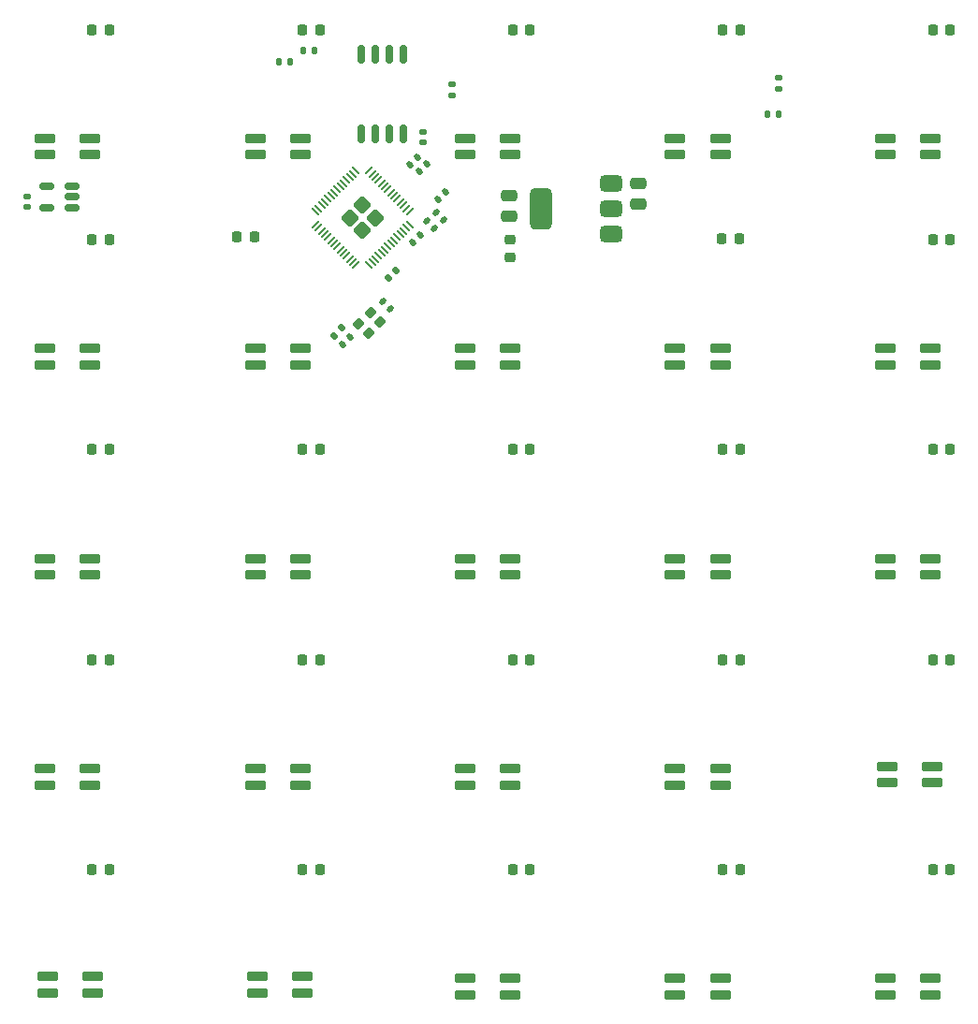
<source format=gbr>
%TF.GenerationSoftware,KiCad,Pcbnew,9.0.2*%
%TF.CreationDate,2026-01-27T21:16:03+01:00*%
%TF.ProjectId,Keymodule,4b65796d-6f64-4756-9c65-2e6b69636164,rev?*%
%TF.SameCoordinates,Original*%
%TF.FileFunction,Paste,Top*%
%TF.FilePolarity,Positive*%
%FSLAX46Y46*%
G04 Gerber Fmt 4.6, Leading zero omitted, Abs format (unit mm)*
G04 Created by KiCad (PCBNEW 9.0.2) date 2026-01-27 21:16:03*
%MOMM*%
%LPD*%
G01*
G04 APERTURE LIST*
G04 Aperture macros list*
%AMRoundRect*
0 Rectangle with rounded corners*
0 $1 Rounding radius*
0 $2 $3 $4 $5 $6 $7 $8 $9 X,Y pos of 4 corners*
0 Add a 4 corners polygon primitive as box body*
4,1,4,$2,$3,$4,$5,$6,$7,$8,$9,$2,$3,0*
0 Add four circle primitives for the rounded corners*
1,1,$1+$1,$2,$3*
1,1,$1+$1,$4,$5*
1,1,$1+$1,$6,$7*
1,1,$1+$1,$8,$9*
0 Add four rect primitives between the rounded corners*
20,1,$1+$1,$2,$3,$4,$5,0*
20,1,$1+$1,$4,$5,$6,$7,0*
20,1,$1+$1,$6,$7,$8,$9,0*
20,1,$1+$1,$8,$9,$2,$3,0*%
G04 Aperture macros list end*
%ADD10RoundRect,0.135000X-0.185000X0.135000X-0.185000X-0.135000X0.185000X-0.135000X0.185000X0.135000X0*%
%ADD11RoundRect,0.218750X-0.218750X-0.256250X0.218750X-0.256250X0.218750X0.256250X-0.218750X0.256250X0*%
%ADD12RoundRect,0.123000X-0.777000X-0.287000X0.777000X-0.287000X0.777000X0.287000X-0.777000X0.287000X0*%
%ADD13RoundRect,0.150000X0.512500X0.150000X-0.512500X0.150000X-0.512500X-0.150000X0.512500X-0.150000X0*%
%ADD14RoundRect,0.140000X0.219203X0.021213X0.021213X0.219203X-0.219203X-0.021213X-0.021213X-0.219203X0*%
%ADD15RoundRect,0.249999X-0.558616X0.000000X0.000000X-0.558616X0.558616X0.000000X0.000000X0.558616X0*%
%ADD16RoundRect,0.050000X-0.309359X0.238649X0.238649X-0.309359X0.309359X-0.238649X-0.238649X0.309359X0*%
%ADD17RoundRect,0.050000X-0.309359X-0.238649X-0.238649X-0.309359X0.309359X0.238649X0.238649X0.309359X0*%
%ADD18RoundRect,0.140000X0.021213X-0.219203X0.219203X-0.021213X-0.021213X0.219203X-0.219203X0.021213X0*%
%ADD19RoundRect,0.375000X0.625000X0.375000X-0.625000X0.375000X-0.625000X-0.375000X0.625000X-0.375000X0*%
%ADD20RoundRect,0.500000X0.500000X1.400000X-0.500000X1.400000X-0.500000X-1.400000X0.500000X-1.400000X0*%
%ADD21RoundRect,0.218750X-0.256250X0.218750X-0.256250X-0.218750X0.256250X-0.218750X0.256250X0.218750X0*%
%ADD22RoundRect,0.140000X-0.021213X0.219203X-0.219203X0.021213X0.021213X-0.219203X0.219203X-0.021213X0*%
%ADD23RoundRect,0.162500X-0.162500X0.650000X-0.162500X-0.650000X0.162500X-0.650000X0.162500X0.650000X0*%
%ADD24RoundRect,0.135000X0.135000X0.185000X-0.135000X0.185000X-0.135000X-0.185000X0.135000X-0.185000X0*%
%ADD25RoundRect,0.140000X0.170000X-0.140000X0.170000X0.140000X-0.170000X0.140000X-0.170000X-0.140000X0*%
%ADD26RoundRect,0.140000X-0.219203X-0.021213X-0.021213X-0.219203X0.219203X0.021213X0.021213X0.219203X0*%
%ADD27RoundRect,0.218750X0.218750X0.256250X-0.218750X0.256250X-0.218750X-0.256250X0.218750X-0.256250X0*%
%ADD28RoundRect,0.135000X-0.135000X-0.185000X0.135000X-0.185000X0.135000X0.185000X-0.135000X0.185000X0*%
%ADD29RoundRect,0.250000X0.475000X-0.250000X0.475000X0.250000X-0.475000X0.250000X-0.475000X-0.250000X0*%
%ADD30RoundRect,0.135000X0.035355X-0.226274X0.226274X-0.035355X-0.035355X0.226274X-0.226274X0.035355X0*%
%ADD31RoundRect,0.200000X-0.035355X-0.318198X0.318198X0.035355X0.035355X0.318198X-0.318198X-0.035355X0*%
%ADD32RoundRect,0.250000X-0.475000X0.250000X-0.475000X-0.250000X0.475000X-0.250000X0.475000X0.250000X0*%
G04 APERTURE END LIST*
D10*
%TO.C,DN*%
X96800000Y-62100000D03*
X96800000Y-61080000D03*
%TD*%
D11*
%TO.C,D16*%
X102262500Y-113120000D03*
X103837500Y-113120000D03*
%TD*%
D12*
%TO.C,L3*%
X102040000Y-65950000D03*
X102040000Y-67450000D03*
X97960000Y-67450000D03*
X97960000Y-65950000D03*
%TD*%
D11*
%TO.C,D17*%
X102262500Y-132120000D03*
X103837500Y-132120000D03*
%TD*%
D13*
%TO.C,U2*%
X62375000Y-72200000D03*
X62375000Y-71250000D03*
X62375000Y-70300000D03*
X60100000Y-70300000D03*
X60100000Y-72200000D03*
%TD*%
D14*
%TO.C,C13*%
X91165757Y-81393827D03*
X90486935Y-80715005D03*
%TD*%
D11*
%TO.C,D21*%
X83262500Y-113120000D03*
X84837500Y-113120000D03*
%TD*%
D12*
%TO.C,L11*%
X64040000Y-103950000D03*
X64040000Y-105450000D03*
X59960000Y-105450000D03*
X59960000Y-103950000D03*
%TD*%
D15*
%TO.C,U1*%
X88679371Y-72023573D03*
X87548000Y-73154944D03*
X89810742Y-73154944D03*
X88679371Y-74286315D03*
D16*
X88087169Y-68885787D03*
X87804326Y-69168630D03*
X87521484Y-69451472D03*
X87238641Y-69734315D03*
X86955798Y-70017158D03*
X86672956Y-70300000D03*
X86390113Y-70582843D03*
X86107270Y-70865686D03*
X85824427Y-71148529D03*
X85541585Y-71431371D03*
X85258742Y-71714214D03*
X84975899Y-71997057D03*
X84693057Y-72279899D03*
X84410214Y-72562742D03*
D17*
X84410214Y-73747146D03*
X84693057Y-74029989D03*
X84975899Y-74312831D03*
X85258742Y-74595674D03*
X85541585Y-74878517D03*
X85824427Y-75161359D03*
X86107270Y-75444202D03*
X86390113Y-75727045D03*
X86672956Y-76009888D03*
X86955798Y-76292730D03*
X87238641Y-76575573D03*
X87521484Y-76858416D03*
X87804326Y-77141258D03*
X88087169Y-77424101D03*
D16*
X89271573Y-77424101D03*
X89554416Y-77141258D03*
X89837258Y-76858416D03*
X90120101Y-76575573D03*
X90402944Y-76292730D03*
X90685786Y-76009888D03*
X90968629Y-75727045D03*
X91251472Y-75444202D03*
X91534315Y-75161359D03*
X91817157Y-74878517D03*
X92100000Y-74595674D03*
X92382843Y-74312831D03*
X92665685Y-74029989D03*
X92948528Y-73747146D03*
D17*
X92948528Y-72562742D03*
X92665685Y-72279899D03*
X92382843Y-71997057D03*
X92100000Y-71714214D03*
X91817157Y-71431371D03*
X91534315Y-71148529D03*
X91251472Y-70865686D03*
X90968629Y-70582843D03*
X90685786Y-70300000D03*
X90402944Y-70017158D03*
X90120101Y-69734315D03*
X89837258Y-69451472D03*
X89554416Y-69168630D03*
X89271573Y-68885787D03*
%TD*%
D11*
%TO.C,D26*%
X64212500Y-113120000D03*
X65787500Y-113120000D03*
%TD*%
D18*
%TO.C,C11*%
X93000549Y-68302396D03*
X93679371Y-67623574D03*
%TD*%
D12*
%TO.C,L19*%
X121040000Y-122950000D03*
X121040000Y-124450000D03*
X116960000Y-124450000D03*
X116960000Y-122950000D03*
%TD*%
D11*
%TO.C,D13*%
X102262500Y-56120000D03*
X103837500Y-56120000D03*
%TD*%
%TO.C,D5*%
X140262500Y-94120000D03*
X141837500Y-94120000D03*
%TD*%
%TO.C,D7*%
X140262500Y-132120000D03*
X141837500Y-132120000D03*
%TD*%
D19*
%TO.C,U3*%
X111150000Y-74600000D03*
X111150000Y-72300000D03*
D20*
X104850000Y-72300000D03*
D19*
X111150000Y-70000000D03*
%TD*%
D12*
%TO.C,L7*%
X83040000Y-84950000D03*
X83040000Y-86450000D03*
X78960000Y-86450000D03*
X78960000Y-84950000D03*
%TD*%
%TO.C,L24*%
X121040000Y-141950000D03*
X121040000Y-143450000D03*
X116960000Y-143450000D03*
X116960000Y-141950000D03*
%TD*%
D11*
%TO.C,D20*%
X83262500Y-94120000D03*
X84837500Y-94120000D03*
%TD*%
D12*
%TO.C,L14*%
X121040000Y-103950000D03*
X121040000Y-105450000D03*
X116960000Y-105450000D03*
X116960000Y-103950000D03*
%TD*%
%TO.C,L20*%
X140240000Y-122750000D03*
X140240000Y-124250000D03*
X136160000Y-124250000D03*
X136160000Y-122750000D03*
%TD*%
D21*
%TO.C,D14*%
X102000000Y-75125000D03*
X102000000Y-76700000D03*
%TD*%
D11*
%TO.C,D3*%
X140262500Y-56120000D03*
X141837500Y-56120000D03*
%TD*%
D12*
%TO.C,L13*%
X102040000Y-103950000D03*
X102040000Y-105450000D03*
X97960000Y-105450000D03*
X97960000Y-103950000D03*
%TD*%
%TO.C,L15*%
X140040000Y-103950000D03*
X140040000Y-105450000D03*
X135960000Y-105450000D03*
X135960000Y-103950000D03*
%TD*%
%TO.C,L4*%
X121040000Y-65950000D03*
X121040000Y-67450000D03*
X116960000Y-67450000D03*
X116960000Y-65950000D03*
%TD*%
D22*
%TO.C,C12*%
X96179371Y-70823574D03*
X95500549Y-71502396D03*
%TD*%
D12*
%TO.C,L18*%
X102040000Y-122950000D03*
X102040000Y-124450000D03*
X97960000Y-124450000D03*
X97960000Y-122950000D03*
%TD*%
D11*
%TO.C,D15*%
X102262500Y-94120000D03*
X103837500Y-94120000D03*
%TD*%
D12*
%TO.C,L8*%
X102040000Y-84950000D03*
X102040000Y-86450000D03*
X97960000Y-86450000D03*
X97960000Y-84950000D03*
%TD*%
%TO.C,L17*%
X83040000Y-122950000D03*
X83040000Y-124450000D03*
X78960000Y-124450000D03*
X78960000Y-122950000D03*
%TD*%
D23*
%TO.C,U4*%
X92410304Y-58338224D03*
X91140304Y-58338224D03*
X89870304Y-58338224D03*
X88600304Y-58338224D03*
X88600304Y-65513224D03*
X89870304Y-65513224D03*
X91140304Y-65513224D03*
X92410304Y-65513224D03*
%TD*%
D24*
%TO.C,DN*%
X82100000Y-59000000D03*
X81080000Y-59000000D03*
%TD*%
D12*
%TO.C,L22*%
X83240000Y-141750000D03*
X83240000Y-143250000D03*
X79160000Y-143250000D03*
X79160000Y-141750000D03*
%TD*%
D11*
%TO.C,D22*%
X83262500Y-132120000D03*
X84837500Y-132120000D03*
%TD*%
D22*
%TO.C,C8*%
X93900000Y-74700000D03*
X93221178Y-75378822D03*
%TD*%
D11*
%TO.C,D10*%
X121262500Y-94120000D03*
X122837500Y-94120000D03*
%TD*%
D10*
%TO.C,R6*%
X126300000Y-60500000D03*
X126300000Y-61519998D03*
%TD*%
D11*
%TO.C,D25*%
X64212500Y-94120000D03*
X65787500Y-94120000D03*
%TD*%
D25*
%TO.C,C15*%
X58300000Y-72160000D03*
X58300000Y-71200000D03*
%TD*%
D11*
%TO.C,D23*%
X64212500Y-56120000D03*
X65787500Y-56120000D03*
%TD*%
D12*
%TO.C,L10*%
X140040000Y-84950000D03*
X140040000Y-86450000D03*
X135960000Y-86450000D03*
X135960000Y-84950000D03*
%TD*%
%TO.C,L21*%
X64240000Y-141750000D03*
X64240000Y-143250000D03*
X60160000Y-143250000D03*
X60160000Y-141750000D03*
%TD*%
D11*
%TO.C,D50*%
X64212500Y-132120000D03*
X65787500Y-132120000D03*
%TD*%
%TO.C,D18*%
X83262500Y-56120000D03*
X84837500Y-56120000D03*
%TD*%
D26*
%TO.C,C4*%
X94500549Y-73444752D03*
X95179371Y-74123574D03*
%TD*%
D11*
%TO.C,D11*%
X121262500Y-113120000D03*
X122837500Y-113120000D03*
%TD*%
%TO.C,D4*%
X140262500Y-75120000D03*
X141837500Y-75120000D03*
%TD*%
D12*
%TO.C,L23*%
X102040000Y-141950000D03*
X102040000Y-143450000D03*
X97960000Y-143450000D03*
X97960000Y-141950000D03*
%TD*%
D26*
%TO.C,C9*%
X95300549Y-72644751D03*
X95979371Y-73323573D03*
%TD*%
D27*
%TO.C,D19*%
X78900000Y-74900000D03*
X77325000Y-74900000D03*
%TD*%
D18*
%TO.C,C5*%
X93800549Y-68902396D03*
X94479371Y-68223574D03*
%TD*%
D28*
%TO.C,R2*%
X83280000Y-58000000D03*
X84300000Y-58000000D03*
%TD*%
D12*
%TO.C,L9*%
X121040000Y-84950000D03*
X121040000Y-86450000D03*
X116960000Y-86450000D03*
X116960000Y-84950000D03*
%TD*%
D29*
%TO.C,C1*%
X113600000Y-71900000D03*
X113600000Y-70000000D03*
%TD*%
D30*
%TO.C,R4*%
X91000000Y-78600000D03*
X91721248Y-77878752D03*
%TD*%
D31*
%TO.C,Y1*%
X89200000Y-83600000D03*
X90260660Y-82539340D03*
X89412132Y-81690812D03*
X88351472Y-82751472D03*
%TD*%
D22*
%TO.C,C14*%
X87545370Y-83911128D03*
X86866548Y-84589950D03*
%TD*%
D11*
%TO.C,D6*%
X140262500Y-113120000D03*
X141837500Y-113120000D03*
%TD*%
D12*
%TO.C,L6*%
X64040000Y-84950000D03*
X64040000Y-86450000D03*
X59960000Y-86450000D03*
X59960000Y-84950000D03*
%TD*%
D30*
%TO.C,R5*%
X86088731Y-83812132D03*
X86809979Y-83090884D03*
%TD*%
D12*
%TO.C,L5*%
X140040000Y-65950000D03*
X140040000Y-67450000D03*
X135960000Y-67450000D03*
X135960000Y-65950000D03*
%TD*%
D25*
%TO.C,C10*%
X94150000Y-66350000D03*
X94150000Y-65390000D03*
%TD*%
D32*
%TO.C,C2*%
X101900000Y-71100000D03*
X101900000Y-73000000D03*
%TD*%
D12*
%TO.C,L2*%
X83040000Y-65950000D03*
X83040000Y-67450000D03*
X78960000Y-67450000D03*
X78960000Y-65950000D03*
%TD*%
D11*
%TO.C,D12*%
X121262500Y-132120000D03*
X122837500Y-132120000D03*
%TD*%
%TO.C,D9*%
X121200000Y-75000000D03*
X122775000Y-75000000D03*
%TD*%
%TO.C,D8*%
X121262500Y-56120000D03*
X122837500Y-56120000D03*
%TD*%
D28*
%TO.C,R7*%
X125280002Y-63800000D03*
X126300000Y-63800000D03*
%TD*%
D12*
%TO.C,L12*%
X83040000Y-103950000D03*
X83040000Y-105450000D03*
X78960000Y-105450000D03*
X78960000Y-103950000D03*
%TD*%
D11*
%TO.C,D24*%
X64212500Y-75120000D03*
X65787500Y-75120000D03*
%TD*%
D12*
%TO.C,L1*%
X64040000Y-65950000D03*
X64040000Y-67450000D03*
X59960000Y-67450000D03*
X59960000Y-65950000D03*
%TD*%
%TO.C,L16*%
X64040000Y-122950000D03*
X64040000Y-124450000D03*
X59960000Y-124450000D03*
X59960000Y-122950000D03*
%TD*%
%TO.C,L25*%
X140040000Y-141950000D03*
X140040000Y-143450000D03*
X135960000Y-143450000D03*
X135960000Y-141950000D03*
%TD*%
M02*

</source>
